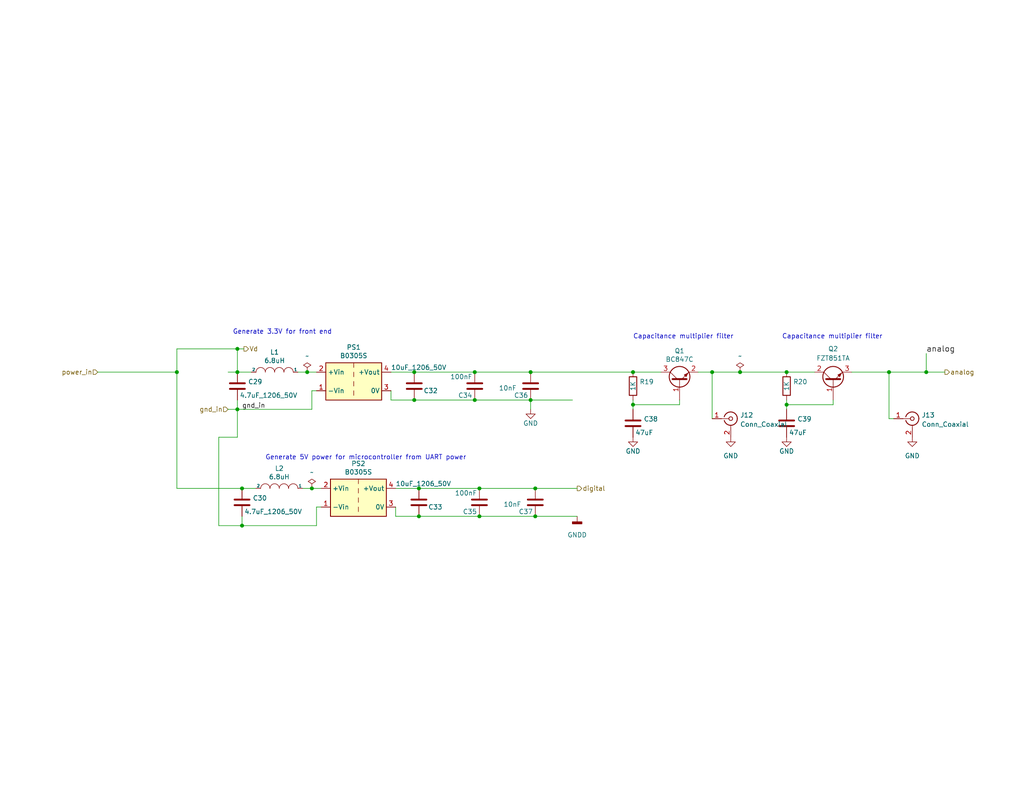
<source format=kicad_sch>
(kicad_sch (version 20230121) (generator eeschema)
  (paper "USLetter")
  (title_block (date "2023-08-21") (rev "9") (company "Boulder, CO 80305") (comment 1 "325 Broadway") (comment 2 "NIST") (comment 3 "Sae Woo Nam"))
  (lib_symbols
    (symbol "0JLC-6:10uF_1206_50V" (pin_numbers hide) (pin_names (offset 0.254))
      (property "Reference" "C" (at 0.635 2.54 0))
      (property "Value" "10uF_1206_50V" (at 0.635 -2.54 0))
      (symbol "10uF_1206_50V_0_1"
        (polyline (pts (xy -2.032 -0.762) (xy 2.032 -0.762)) (stroke (width 0.508)))
        (polyline (pts (xy -2.032 0.762) (xy 2.032 0.762)) (stroke (width 0.508)))
      )
      (symbol "10uF_1206_50V_1_1"
        (pin passive line (at 0 3.81 270) (length 2.794) (name "~") (number "1"))
        (pin passive line (at 0 -3.81 90) (length 2.794) (name "~") (number "2"))
      )
    )
    (symbol "0JLC-6:1K" (pin_numbers hide) (pin_names (offset 0))
      (property "Reference" "R" (at 2.032 0 90))
      (property "Value" "1K" (at 0 0 90))
      (symbol "1K_0_1"
        (rectangle (start -1.016 -2.54) (end 1.016 2.54) (stroke (width 0.254)))
      )
      (symbol "1K_1_1"
        (pin passive line (at 0 3.81 270) (length 1.27) (name "~") (number "1"))
        (pin passive line (at 0 -3.81 90) (length 1.27) (name "~") (number "2"))
      )
    )
    (symbol "0JLC-6:4.7uF_1206_50V" (pin_numbers hide) (pin_names (offset 0.254))
      (property "Reference" "C" (at 0.635 2.54 0))
      (property "Value" "4.7uF_1206_50V" (at 0.635 -2.54 0))
      (symbol "4.7uF_1206_50V_0_1"
        (polyline (pts (xy -2.032 -0.762) (xy 2.032 -0.762)) (stroke (width 0.508)))
        (polyline (pts (xy -2.032 0.762) (xy 2.032 0.762)) (stroke (width 0.508)))
      )
      (symbol "4.7uF_1206_50V_1_1"
        (pin passive line (at 0 3.81 270) (length 2.794) (name "~") (number "1"))
        (pin passive line (at 0 -3.81 90) (length 2.794) (name "~") (number "2"))
      )
    )
    (symbol "0JLC-7:100nF" (pin_numbers hide) (pin_names (offset 0.254))
      (property "Reference" "C8" (at -3.81 -1.2701 0))
      (property "Value" "100nF" (at -3.81 1.2699 0))
      (symbol "100nF_0_1"
        (polyline (pts (xy -2.032 -0.762) (xy 2.032 -0.762)) (stroke (width 0.508)))
        (polyline (pts (xy -2.032 0.762) (xy 2.032 0.762)) (stroke (width 0.508)))
      )
      (symbol "100nF_1_1"
        (pin passive line (at 0 3.81 270) (length 2.794) (name "~") (number "1"))
        (pin passive line (at 0 -3.81 90) (length 2.794) (name "~") (number "2"))
      )
    )
    (symbol "Connector:Conn_Coaxial" (pin_names (offset 1.016) hide)
      (property "Reference" "J" (at 0.254 3.048 0))
      (property "Value" "Conn_Coaxial" (at 2.921 0 90))
      (symbol "Conn_Coaxial_0_1"
        (arc (start -1.778 -0.508) (mid 0.2311 -1.8066) (end 1.778 0) (stroke (width 0.254)))
        (polyline (pts (xy -2.54 0) (xy -0.508 0)))
        (polyline (pts (xy 0 -2.54) (xy 0 -1.778)))
        (circle (center 0 0) (radius 0.508) (stroke (width 0.2032)))
        (arc (start 1.778 0) (mid 0.2099 1.8101) (end -1.778 0.508) (stroke (width 0.254)))
      )
      (symbol "Conn_Coaxial_1_1"
        (pin passive line (at -5.08 0 0) (length 2.54) (name "In") (number "1"))
        (pin passive line (at 0 -5.08 90) (length 2.54) (name "Ext") (number "2"))
      )
    )
    (symbol "Device:C" (pin_numbers hide) (pin_names (offset 0.254))
      (property "Reference" "C" (at 0.635 2.54 0))
      (property "Value" "C" (at 0.635 -2.54 0))
      (symbol "C_0_1"
        (polyline (pts (xy -2.032 -0.762) (xy 2.032 -0.762)) (stroke (width 0.508)))
        (polyline (pts (xy -2.032 0.762) (xy 2.032 0.762)) (stroke (width 0.508)))
      )
      (symbol "C_1_1"
        (pin passive line (at 0 3.81 270) (length 2.794) (name "~") (number "1"))
        (pin passive line (at 0 -3.81 90) (length 2.794) (name "~") (number "2"))
      )
    )
    (symbol "Device:Q_NPN_BCE" (pin_names (offset 0) hide)
      (property "Reference" "Q" (at 5.08 1.27 0))
      (property "Value" "Q_NPN_BCE" (at 5.08 -1.27 0))
      (symbol "Q_NPN_BCE_0_1"
        (polyline (pts (xy 0.635 0.635) (xy 2.54 2.54)))
        (polyline (pts (xy 0.635 -0.635) (xy 2.54 -2.54) (xy 2.54 -2.54)))
        (polyline (pts (xy 0.635 1.905) (xy 0.635 -1.905) (xy 0.635 -1.905)) (stroke (width 0.508)))
        (polyline (pts (xy 1.27 -1.778) (xy 1.778 -1.27) (xy 2.286 -2.286) (xy 1.27 -1.778) (xy 1.27 -1.778)) (fill (type outline)))
        (circle (center 1.27 0) (radius 2.8194) (stroke (width 0.254)))
      )
      (symbol "Q_NPN_BCE_1_1"
        (pin input line (at -5.08 0 0) (length 5.715) (name "B") (number "1"))
        (pin passive line (at 2.54 5.08 270) (length 2.54) (name "C") (number "2"))
        (pin passive line (at 2.54 -5.08 90) (length 2.54) (name "E") (number "3"))
      )
    )
    (symbol "Transistor_BJT:BC847" (pin_names (offset 0) hide)
      (property "Reference" "Q" (at 5.08 1.905 0))
      (property "Value" "BC847" (at 5.08 0 0))
      (symbol "BC847_0_1"
        (polyline (pts (xy 0.635 0.635) (xy 2.54 2.54)))
        (polyline (pts (xy 0.635 -0.635) (xy 2.54 -2.54) (xy 2.54 -2.54)))
        (polyline (pts (xy 0.635 1.905) (xy 0.635 -1.905) (xy 0.635 -1.905)) (stroke (width 0.508)))
        (polyline (pts (xy 1.27 -1.778) (xy 1.778 -1.27) (xy 2.286 -2.286) (xy 1.27 -1.778) (xy 1.27 -1.778)) (fill (type outline)))
        (circle (center 1.27 0) (radius 2.8194) (stroke (width 0.254)))
      )
      (symbol "BC847_1_1"
        (pin input line (at -5.08 0 0) (length 5.715) (name "B") (number "1"))
        (pin passive line (at 2.54 -5.08 90) (length 2.54) (name "E") (number "2"))
        (pin passive line (at 2.54 5.08 270) (length 2.54) (name "C") (number "3"))
      )
    )
    (symbol "power:GND" (power) (pin_names (offset 0))
      (property "Value" "GND" (at 0 -3.81 0))
      (symbol "GND_0_1"
        (polyline (pts (xy 0 0) (xy 0 -1.27) (xy 1.27 -1.27) (xy 0 -2.54) (xy -1.27 -1.27) (xy 0 -1.27)))
      )
      (symbol "GND_1_1"
        (pin power_in line (at 0 0 270) (length 0) hide (name "GND") (number "1"))
      )
    )
    (symbol "power:GNDD" (power) (pin_names (offset 0))
      (property "Value" "GNDD" (at 0 -3.175 0))
      (symbol "GNDD_0_1"
        (rectangle (start -1.27 -1.524) (end 1.27 -2.032) (stroke (width 0.254)) (fill (type outline)))
        (polyline (pts (xy 0 0) (xy 0 -1.524)))
      )
      (symbol "GNDD_1_1"
        (pin power_in line (at 0 0 270) (length 0) hide (name "GNDD") (number "1"))
      )
    )
    (symbol "power:PWR_FLAG" (power) (pin_numbers hide) (pin_names (offset 0) hide)
      (property "Value" "PWR_FLAG" (at 0 3.81 0))
      (symbol "PWR_FLAG_0_0"
        (pin power_out line (at 0 0 90) (length 0) (name "pwr") (number "1"))
      )
      (symbol "PWR_FLAG_0_1"
        (polyline (pts (xy 0 0) (xy 0 1.27) (xy -1.016 1.905) (xy 0 2.54) (xy 1.016 1.905) (xy 0 1.27)))
      )
    )
    (symbol "pspice:INDUCTOR" (pin_numbers hide) (pin_names (offset 0))
      (property "Reference" "L" (at 0 2.54 0))
      (property "Value" "INDUCTOR" (at 0 -1.27 0))
      (symbol "INDUCTOR_0_1"
        (arc (start -2.54 0) (mid -3.81 1.2645) (end -5.08 0))
        (arc (start 0 0) (mid -1.27 1.2645) (end -2.54 0))
        (arc (start 2.54 0) (mid 1.27 1.2645) (end 0 0))
        (arc (start 5.08 0) (mid 3.81 1.2645) (end 2.54 0))
      )
      (symbol "INDUCTOR_1_1"
        (pin input line (at -6.35 0 0) (length 1.27) (name "1") (number "1"))
        (pin input line (at 6.35 0 180) (length 1.27) (name "2") (number "2"))
      )
    )
    (symbol "schematic_library:B0305S-1WR2-0my_power"
      (property "Reference" "PS2" (at 0 9.3218 0))
      (property "Value" "B0305S-1WR2-0my_power" (at 0 7.0104 0))
      (symbol "B0305S-1WR2-0my_power_0_0"
        (pin power_in line (at -10.16 -2.54 0) (length 2.54) (name "-Vin") (number "1"))
        (pin power_in line (at -10.16 2.54 0) (length 2.54) (name "+Vin") (number "2"))
        (pin power_out line (at 10.16 -2.54 180) (length 2.54) (name "0V") (number "3"))
        (pin power_out line (at 10.16 2.54 180) (length 2.54) (name "+Vout") (number "4"))
      )
      (symbol "B0305S-1WR2-0my_power_0_1"
        (rectangle (start -7.62 5.08) (end 7.62 -5.08) (stroke (width 0.254)) (fill (type background)))
        (polyline (pts (xy 0 -2.54) (xy 0 -3.81)))
        (polyline (pts (xy 0 0) (xy 0 -1.27)))
        (polyline (pts (xy 0 2.54) (xy 0 1.27)))
        (polyline (pts (xy 0 5.08) (xy 0 3.81)))
      )
    )
  )
  (junction (at 113.03 109.22))
  (junction (at 146.05 133.35))
  (junction (at 85.09 133.35))
  (junction (at 129.54 109.22))
  (junction (at 64.77 111.76))
  (junction (at 130.81 133.35))
  (junction (at 194.31 101.6))
  (junction (at 114.3 140.97))
  (junction (at 113.03 101.6))
  (junction (at 144.78 101.6))
  (junction (at 66.04 133.35))
  (junction (at 146.05 140.97))
  (junction (at 144.78 109.22))
  (junction (at 64.77 101.6))
  (junction (at 242.57 101.6))
  (junction (at 252.73 101.6))
  (junction (at 66.04 143.51))
  (junction (at 64.77 95.25))
  (junction (at 172.72 110.49))
  (junction (at 172.72 101.6))
  (junction (at 129.54 101.6))
  (junction (at 114.3 133.35))
  (junction (at 214.63 101.6))
  (junction (at 48.26 101.6))
  (junction (at 83.82 101.6))
  (junction (at 130.81 140.97))
  (junction (at 201.93 101.6))
  (junction (at 214.63 110.49))
  (wire (pts (xy 107.95 140.97) (xy 114.3 140.97)))
  (wire (pts (xy 172.72 110.49) (xy 185.42 110.49)))
  (wire (pts (xy 86.36 143.51) (xy 66.04 143.51)))
  (wire (pts (xy 227.33 109.22) (xy 227.33 110.49)))
  (wire (pts (xy 185.42 110.49) (xy 185.42 109.22)))
  (wire (pts (xy 62.23 111.76) (xy 64.77 111.76)))
  (wire (pts (xy 214.63 109.22) (xy 214.63 110.49)))
  (wire (pts (xy 114.3 133.35) (xy 130.81 133.35)))
  (wire (pts (xy 146.05 133.35) (xy 157.48 133.35)))
  (wire (pts (xy 86.36 138.43) (xy 86.36 143.51)))
  (wire (pts (xy 214.63 110.49) (xy 214.63 111.76)))
  (wire (pts (xy 242.57 114.3) (xy 243.84 114.3)))
  (wire (pts (xy 242.57 101.6) (xy 242.57 114.3)))
  (wire (pts (xy 129.54 109.22) (xy 113.03 109.22)))
  (wire (pts (xy 106.68 109.22) (xy 113.03 109.22)))
  (wire (pts (xy 62.23 101.6) (xy 64.77 101.6)))
  (wire (pts (xy 130.81 140.97) (xy 114.3 140.97)))
  (wire (pts (xy 130.81 133.35) (xy 146.05 133.35)))
  (wire (pts (xy 107.95 133.35) (xy 114.3 133.35)))
  (wire (pts (xy 107.95 138.43) (xy 107.95 140.97)))
  (wire (pts (xy 172.72 101.6) (xy 180.34 101.6)))
  (wire (pts (xy 242.57 101.6) (xy 252.73 101.6)))
  (wire (pts (xy 64.77 101.6) (xy 68.58 101.6)))
  (wire (pts (xy 146.05 140.97) (xy 157.48 140.97)))
  (wire (pts (xy 129.54 101.6) (xy 144.78 101.6)))
  (wire (pts (xy 64.77 101.6) (xy 64.77 95.25)))
  (wire (pts (xy 194.31 101.6) (xy 201.93 101.6)))
  (wire (pts (xy 172.72 110.49) (xy 172.72 111.76)))
  (wire (pts (xy 201.93 101.6) (xy 214.63 101.6)))
  (wire (pts (xy 113.03 101.6) (xy 129.54 101.6)))
  (wire (pts (xy 87.63 138.43) (xy 86.36 138.43)))
  (wire (pts (xy 172.72 109.22) (xy 172.72 110.49)))
  (wire (pts (xy 83.82 101.6) (xy 86.36 101.6)))
  (wire (pts (xy 48.26 95.25) (xy 48.26 101.6)))
  (wire (pts (xy 214.63 110.49) (xy 227.33 110.49)))
  (wire (pts (xy 85.09 133.35) (xy 87.63 133.35)))
  (wire (pts (xy 130.81 140.97) (xy 146.05 140.97)))
  (wire (pts (xy 64.77 95.25) (xy 48.26 95.25)))
  (wire (pts (xy 194.31 114.3) (xy 194.31 101.6)))
  (wire (pts (xy 129.54 109.22) (xy 144.78 109.22)))
  (wire (pts (xy 86.36 106.68) (xy 85.09 106.68)))
  (wire (pts (xy 64.77 119.38) (xy 59.69 119.38)))
  (wire (pts (xy 85.09 111.76) (xy 64.77 111.76)))
  (wire (pts (xy 252.73 101.6) (xy 257.81 101.6)))
  (wire (pts (xy 48.26 133.35) (xy 66.04 133.35)))
  (wire (pts (xy 106.68 101.6) (xy 113.03 101.6)))
  (wire (pts (xy 66.04 133.35) (xy 69.85 133.35)))
  (wire (pts (xy 232.41 101.6) (xy 242.57 101.6)))
  (wire (pts (xy 144.78 101.6) (xy 172.72 101.6)))
  (wire (pts (xy 59.69 119.38) (xy 59.69 143.51)))
  (wire (pts (xy 252.73 101.6) (xy 252.73 96.52)))
  (wire (pts (xy 59.69 143.51) (xy 66.04 143.51)))
  (wire (pts (xy 64.77 95.25) (xy 66.548 95.25)))
  (wire (pts (xy 64.77 109.22) (xy 64.77 111.76)))
  (wire (pts (xy 144.78 111.76) (xy 144.78 109.22)))
  (wire (pts (xy 81.28 101.6) (xy 83.82 101.6)))
  (wire (pts (xy 48.26 101.6) (xy 48.26 133.35)))
  (wire (pts (xy 214.63 101.6) (xy 222.25 101.6)))
  (wire (pts (xy 66.04 140.97) (xy 66.04 143.51)))
  (wire (pts (xy 64.77 111.76) (xy 64.77 119.38)))
  (wire (pts (xy 82.55 133.35) (xy 85.09 133.35)))
  (wire (pts (xy 144.78 109.22) (xy 156.21 109.22)))
  (wire (pts (xy 26.67 101.6) (xy 48.26 101.6)))
  (wire (pts (xy 85.09 106.68) (xy 85.09 111.76)))
  (wire (pts (xy 106.68 106.68) (xy 106.68 109.22)))
  (wire (pts (xy 190.5 101.6) (xy 194.31 101.6)))
  (text "Generate 3.3V for front end" (at 63.5 91.44 0) (effects (font (size 1.27 1.27)) (justify left bottom)))
  (text "Capacitance multiplier filter" (at 172.72 92.71 0) (effects (font (size 1.27 1.27)) (justify left bottom)))
  (text "Generate 5V power for microcontroller from UART power" (at 72.39 125.73 0) (effects (font (size 1.27 1.27)) (justify left bottom)))
  (text "Capacitance multiplier filter" (at 213.36 92.71 0) (effects (font (size 1.27 1.27)) (justify left bottom)))
  (label "gnd_in" (at 66.04 111.76 0))
  (label "analog" (at 252.73 96.52 0) (effects (font (size 1.524 1.524))))
  (hierarchical_label "power_in" (shape input) (at 26.67 101.6 180))
  (hierarchical_label "analog" (shape output) (at 257.81 101.6 0))
  (hierarchical_label "gnd_in" (shape input) (at 62.23 111.76 180))
  (hierarchical_label "Vd" (shape output) (at 66.548 95.25 0))
  (hierarchical_label "digital" (shape output) (at 157.48 133.35 0))
  (symbol (lib_id "0JLC-7:100nF") (at 129.54 105.41 180) (unit 1)
    (property "Reference" "C34" (at 128.905 107.95 0) (effects (justify left)))
    (property "Value" "100nF" (at 128.905 102.87 0) (effects (justify left)))
    (property "Footprint" "Capacitor_SMD:C_0603_1608Metric_Pad1.08x0.95mm_HandSolder" (effects hide))
    (property "MFR" "Samsung" (effects hide))
    (property "MPN" "CC0603KRX7R9BB104" (effects hide))
    (property "SPURL" "-" (effects hide))
    (property "LCSC" "C14663" (effects hide))
  )
  (symbol (lib_id "Device:C") (at 144.78 105.41 180) (unit 1)
    (property "Reference" "C36" (at 144.145 107.95 0) (effects (justify left)))
    (property "Value" "10nF" (at 140.97 106.68 0) (effects (justify left top)))
    (property "Footprint" "Capacitor_SMD:C_0603_1608Metric_Pad1.08x0.95mm_HandSolder" (effects hide))
    (property "Datasheet" "0603B103K500NT" (effects hide))
    (property "MFR" "Samsung" (effects hide))
    (property "MPN" "0603B103K500NT" (effects hide))
    (property "LCSC" "C57112" (effects hide))
    (property "SPURL" "-" (effects hide))
  )
  (symbol (lib_id "power:GND") (at 144.78 111.76 0) (unit 1)
    (property "Reference" "#PWR058" (effects hide))
    (property "Value" "~" (at 144.78 115.57 0))
  )
  (symbol (lib_id "power:GND") (at 172.72 119.38 0) (unit 1)
    (property "Reference" "#PWR060" (effects hide))
    (property "Value" "~" (at 172.72 123.19 0))
  )
  (symbol (lib_id "Transistor_BJT:BC847") (at 185.42 104.14 90) (unit 1)
    (property "Reference" "Q1" (at 185.42 95.8088 90))
    (property "Value" "BC847C" (at 185.42 98.1202 90))
    (property "Footprint" "Package_TO_SOT_SMD:SOT-23" (effects hide))
    (property "Datasheet" "http://www.infineon.com/dgdl/Infineon-BC847SERIES_BC848SERIES_BC849SERIES_BC850SERIES-DS-v01_01-en.pdf?fileId=db3a304314dca389011541d4630a1657" (effects hide))
    (property "MPN" "BC847C,215" (effects hide))
    (property "LCSC" "C8664" (effects hide))
    (property "JLCPCB Rotation Offset" "180" (effects hide))
  )
  (symbol (lib_id "schematic_library:B0305S-1WR2-0my_power") (at 96.52 104.14 0) (unit 1)
    (property "Reference" "PS1" (at 96.52 94.8182 0))
    (property "Value" "B0305S" (at 96.52 97.1296 0))
    (property "Footprint" "Converter_DCDC:Converter_DCDC_Murata_MEE1SxxxxSC_THT" (effects hide))
    (property "LCSC" "C909802" (effects hide))
    (property "MPN" "B0305S" (effects hide))
    (property "Field5" "C7465186 ; C80854" (effects hide))
    (property "JLCPCB Rotation Offset" "90" (effects hide))
    (property "JLCPCB Position Offset" "-3.81,0" (effects hide))
  )
  (symbol (lib_id "pspice:INDUCTOR") (at 74.93 101.6 0) (mirror y) (unit 1)
    (property "Reference" "L1" (at 74.93 96.139 0))
    (property "Value" "6.8uH" (at 74.93 98.4504 0))
    (property "Footprint" "Inductor_SMD:L_1210_3225Metric_Pad1.42x2.65mm_HandSolder" (effects hide))
    (property "MPN" "NLCV32T-6R8M-PFR" (effects hide))
    (property "LCSC" "C87558" (effects hide))
    (property "Field5" "C87558 ; C87559" (effects hide))
  )
  (symbol (lib_id "0JLC-6:10uF_1206_50V") (at 113.03 105.41 0) (unit 1)
    (property "Reference" "C32" (at 115.57 106.68 0) (effects (justify left)))
    (property "Value" "10uF_1206_50V" (at 106.68 100.33 0) (effects (justify left)))
    (property "Footprint" "Capacitor_SMD:C_1206_3216Metric_Pad1.33x1.80mm_HandSolder" (effects hide))
    (property "LCSC" "C13585" (effects hide))
    (property "MPN" "CL31A106KBHNNNE" (effects hide))
  )
  (symbol (lib_id "0JLC-6:4.7uF_1206_50V") (at 64.77 105.41 0) (unit 1)
    (property "Reference" "C29" (at 67.691 104.2416 0) (effects (justify left)))
    (property "Value" "4.7uF_1206_50V" (at 65.405 107.95 0) (effects (justify left)))
    (property "Footprint" "Capacitor_SMD:C_1206_3216Metric_Pad1.33x1.80mm_HandSolder" (effects hide))
    (property "LCSC" "C29823" (effects hide))
    (property "MPN" "1206B475K500NT" (effects hide))
  )
  (symbol (lib_id "0JLC-6:1K") (at 172.72 105.41 0) (unit 1)
    (property "Reference" "R19" (at 174.498 104.2416 0) (effects (justify left)))
    (property "Value" "1K" (at 172.72 105.41 90))
    (property "Footprint" "Resistor_SMD:R_0603_1608Metric_Pad0.98x0.95mm_HandSolder" (effects hide))
    (property "LCSC" "C21190" (effects hide))
    (property "MPN" "0603WAF1001T5E" (effects hide))
  )
  (symbol (lib_id "Device:C") (at 172.72 115.57 0) (unit 1)
    (property "Reference" "C38" (at 175.641 114.4016 0) (effects (justify left)))
    (property "Value" "47uF" (at 173.355 118.11 0) (effects (justify left)))
    (property "Footprint" "Capacitor_SMD:C_1210_3225Metric_Pad1.33x2.70mm_HandSolder" (effects hide))
    (property "LCSC" "C84494" (effects hide))
    (property "MPN" "GRM32ER71A476KE15L" (effects hide))
  )
  (symbol (lib_id "power:PWR_FLAG") (at 83.82 101.6 0) (unit 1)
    (property "Reference" "#FLG06" (effects hide))
    (property "Value" "~" (at 83.82 97.2058 0))
  )
  (symbol (lib_id "power:PWR_FLAG") (at 201.93 101.6 0) (unit 1)
    (property "Reference" "#FLG08" (effects hide))
    (property "Value" "~" (at 201.93 97.2058 0))
  )
  (symbol (lib_id "pspice:INDUCTOR") (at 76.2 133.35 0) (mirror y) (unit 1)
    (property "Reference" "L2" (at 76.2 127.889 0))
    (property "Value" "6.8uH" (at 76.2 130.2004 0))
    (property "Footprint" "Inductor_SMD:L_1210_3225Metric_Pad1.42x2.65mm_HandSolder" (effects hide))
    (property "MPN" "NLCV32T-6R8M-PFR" (effects hide))
    (property "LCSC" "C87558" (effects hide))
    (property "Field5" "C87558 ; C87559" (effects hide))
  )
  (symbol (lib_id "Device:C") (at 146.05 137.16 180) (unit 1)
    (property "Reference" "C37" (at 145.415 139.7 0) (effects (justify left)))
    (property "Value" "10nF" (at 142.24 138.43 0) (effects (justify left top)))
    (property "Footprint" "Capacitor_SMD:C_0603_1608Metric_Pad1.08x0.95mm_HandSolder" (effects hide))
    (property "Datasheet" "0603B103K500NT" (effects hide))
    (property "MFR" "Samsung" (effects hide))
    (property "MPN" "0603B103K500NT" (effects hide))
    (property "LCSC" "C57112" (effects hide))
    (property "SPURL" "-" (effects hide))
  )
  (symbol (lib_id "power:GND") (at 214.63 119.38 0) (unit 1)
    (property "Reference" "#PWR062" (effects hide))
    (property "Value" "~" (at 214.63 123.19 0))
  )
  (symbol (lib_id "power:GND") (at 248.92 119.38 0) (unit 1)
    (property "Reference" "#PWR063" (effects hide))
    (property "Value" "GND" (at 248.92 124.46 0))
    (property "Footprint" "Connector_Coaxial:U.FL_Hirose_U.FL-R-SMT-1_Vertical" (effects hide))
  )
  (symbol (lib_id "0JLC-7:100nF") (at 130.81 137.16 180) (unit 1)
    (property "Reference" "C35" (at 130.175 139.7 0) (effects (justify left)))
    (property "Value" "100nF" (at 130.175 134.62 0) (effects (justify left)))
    (property "Footprint" "Capacitor_SMD:C_0603_1608Metric_Pad1.08x0.95mm_HandSolder" (effects hide))
    (property "MFR" "Samsung" (effects hide))
    (property "MPN" "CC0603KRX7R9BB104" (effects hide))
    (property "SPURL" "-" (effects hide))
    (property "LCSC" "C14663" (effects hide))
  )
  (symbol (lib_id "0JLC-6:4.7uF_1206_50V") (at 66.04 137.16 0) (unit 1)
    (property "Reference" "C30" (at 68.961 135.9916 0) (effects (justify left)))
    (property "Value" "4.7uF_1206_50V" (at 66.675 139.7 0) (effects (justify left)))
    (property "Footprint" "Capacitor_SMD:C_1206_3216Metric_Pad1.33x1.80mm_HandSolder" (effects hide))
    (property "LCSC" "C29823" (effects hide))
    (property "MPN" "1206B475K500NT" (effects hide))
  )
  (symbol (lib_id "power:GND") (at 199.39 119.38 0) (unit 1)
    (property "Reference" "#PWR061" (effects hide))
    (property "Value" "GND" (at 199.39 124.46 0))
    (property "Footprint" "Connector_Coaxial:U.FL_Hirose_U.FL-R-SMT-1_Vertical" (effects hide))
  )
  (symbol (lib_id "0JLC-6:1K") (at 214.63 105.41 0) (unit 1)
    (property "Reference" "R20" (at 216.408 104.2416 0) (effects (justify left)))
    (property "Value" "1K" (at 214.63 105.41 90))
    (property "Footprint" "Resistor_SMD:R_0603_1608Metric_Pad0.98x0.95mm_HandSolder" (effects hide))
    (property "LCSC" "C21190" (effects hide))
    (property "MPN" "0603WAF1001T5E" (effects hide))
  )
  (symbol (lib_id "Connector:Conn_Coaxial") (at 199.39 114.3 0) (unit 1)
    (property "Reference" "J12" (at 201.93 113.3231 0) (effects (justify left)))
    (property "Value" "Conn_Coaxial" (at 201.93 115.8631 0) (effects (justify left)))
    (property "Footprint" "Connector_Coaxial:U.FL_Hirose_U.FL-R-SMT-1_Vertical" (effects hide))
    (property "Datasheet" " ~" (effects hide))
    (property "LCSC" "C88373" (effects hide))
  )
  (symbol (lib_id "0JLC-6:10uF_1206_50V") (at 114.3 137.16 0) (unit 1)
    (property "Reference" "C33" (at 116.84 138.43 0) (effects (justify left)))
    (property "Value" "10uF_1206_50V" (at 107.95 132.08 0) (effects (justify left)))
    (property "Footprint" "Capacitor_SMD:C_1206_3216Metric_Pad1.33x1.80mm_HandSolder" (effects hide))
    (property "LCSC" "C13585" (effects hide))
    (property "MPN" "CL31A106KBHNNNE" (effects hide))
  )
  (symbol (lib_id "Connector:Conn_Coaxial") (at 248.92 114.3 0) (unit 1)
    (property "Reference" "J13" (at 251.46 113.3231 0) (effects (justify left)))
    (property "Value" "Conn_Coaxial" (at 251.46 115.8631 0) (effects (justify left)))
    (property "Footprint" "Connector_Coaxial:U.FL_Hirose_U.FL-R-SMT-1_Vertical" (effects hide))
    (property "Datasheet" " ~" (effects hide))
    (property "LCSC" "C88373" (effects hide))
  )
  (symbol (lib_id "schematic_library:B0305S-1WR2-0my_power") (at 97.79 135.89 0) (unit 1)
    (property "Reference" "PS2" (at 97.79 126.5682 0))
    (property "Value" "B0305S" (at 97.79 128.8796 0))
    (property "Footprint" "Converter_DCDC:Converter_DCDC_Murata_MEE1SxxxxSC_THT" (effects hide))
    (property "LCSC" "C909802" (effects hide))
    (property "MPN" "B0305S" (effects hide))
    (property "Field5" "C7465186 ; C80854" (effects hide))
    (property "JLCPCB Rotation Offset" "90" (effects hide))
    (property "JLCPCB Position Offset" "-3.81,0" (effects hide))
  )
  (symbol (lib_id "power:GNDD") (at 157.48 140.97 0) (unit 1)
    (property "Reference" "#PWR059" (effects hide))
    (property "Value" "GNDD" (at 157.48 146.05 0))
  )
  (symbol (lib_id "Device:C") (at 214.63 115.57 0) (unit 1)
    (property "Reference" "C39" (at 217.551 114.4016 0) (effects (justify left)))
    (property "Value" "47uF" (at 215.265 118.11 0) (effects (justify left)))
    (property "Footprint" "Capacitor_SMD:C_1210_3225Metric_Pad1.33x2.70mm_HandSolder" (effects hide))
    (property "LCSC" "C84494" (effects hide))
    (property "MPN" "GRM32ER71A476KE15L" (effects hide))
  )
  (symbol (lib_id "Device:Q_NPN_BCE") (at 227.33 104.14 90) (unit 1)
    (property "Reference" "Q2" (at 227.33 95.25 90))
    (property "Value" "FZT851TA" (at 227.33 97.79 90))
    (property "Footprint" "Package_TO_SOT_SMD:SOT-223-3_TabPin2" (effects hide))
    (property "LCSC" "C87950" (effects hide))
    (property "MPN" "FZT851TA" (effects hide))
    (property "JLCPCB Rotation Offset" "180" (effects hide))
  )
  (symbol (lib_id "power:PWR_FLAG") (at 85.09 133.35 0) (unit 1)
    (property "Reference" "#FLG07" (effects hide))
    (property "Value" "~" (at 85.09 128.9558 0))
  )
)
</source>
